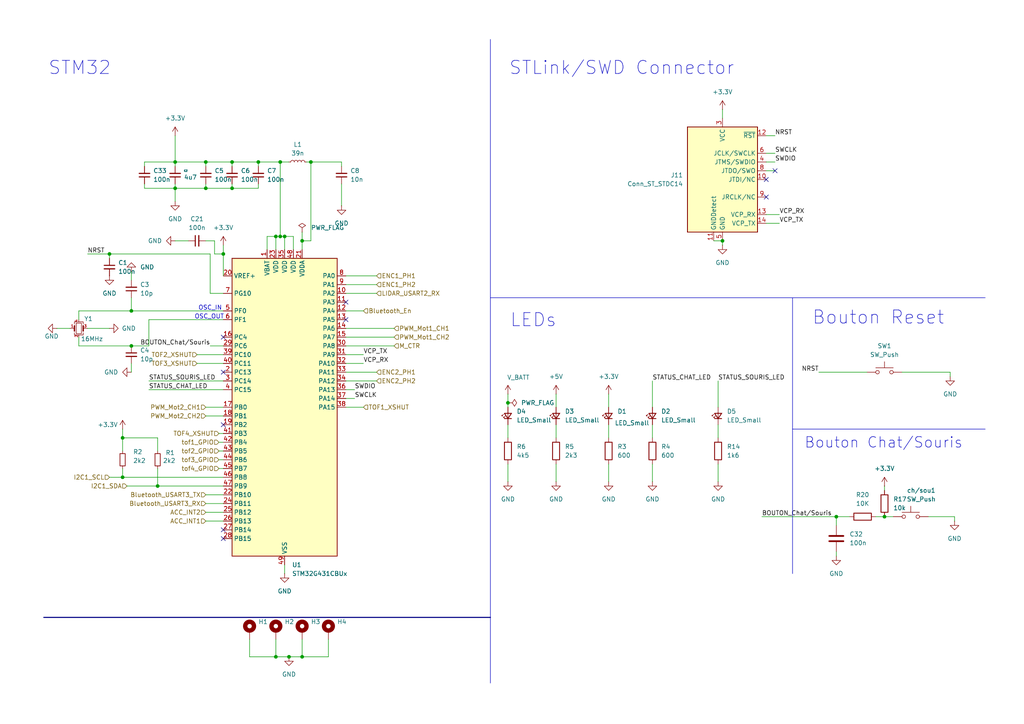
<source format=kicad_sch>
(kicad_sch (version 20250114) (generator "eeschema") (generator_version "9.0")
  (paper "A4")
  (title_block (title "Hello_kitty") (date "2025-10-13") (comment 1 "Aymen_BEN_JEMAA") (comment 2 "Ezer_SOLTANI") (comment 3 "Serine_ROUABAH"))
  (lib_symbols
    (symbol "Connector:Conn_ST_STDC14"
      (property "Reference" "J" (at -8.89 16.51 0))
      (property "Value" "Conn_ST_STDC14" (at 17.78 16.51 0))
      (symbol "Conn_ST_STDC14_0_1"
        (rectangle (start -10.16 15.24) (end 10.16 -15.24) (stroke (width 0.254)) (fill (type background)))
      )
      (symbol "Conn_ST_STDC14_1_1"
        (pin no_connect line (at -10.16 5.08 0) (length 2.54) (hide yes) (name "NC") (number "1"))
        (pin no_connect line (at -10.16 2.54 0) (length 2.54) (hide yes) (name "NC") (number "2"))
        (pin passive line (at -2.54 -17.78 90) (length 2.54) (name "GNDDetect") (number "11"))
        (pin power_in line (at 0 17.78 270) (length 2.54) (name "VCC") (number "3"))
        (pin power_in line (at 0 -17.78 90) (length 2.54) (name "GND") (number "5"))
        (pin passive line (at 0 -17.78 90) (length 2.54) (hide yes) (name "GND") (number "7"))
        (pin open_collector line (at 12.7 12.7 180) (length 2.54) (name "~{RST}") (number "12"))
        (pin output line (at 12.7 7.62 180) (length 2.54) (name "JCLK/SWCLK") (number "6"))
        (pin bidirectional line (at 12.7 5.08 180) (length 2.54) (name "JTMS/SWDIO") (number "4"))
        (pin input line (at 12.7 2.54 180) (length 2.54) (name "JTDO/SWO") (number "8"))
        (pin output line (at 12.7 0 180) (length 2.54) (name "JTDI/NC") (number "10"))
        (pin input line (at 12.7 -5.08 180) (length 2.54) (name "JRCLK/NC") (number "9"))
        (pin output line (at 12.7 -10.16 180) (length 2.54) (name "VCP_RX") (number "13"))
        (pin input line (at 12.7 -12.7 180) (length 2.54) (name "VCP_TX") (number "14"))
      )
    )
    (symbol "Device:C" (pin_numbers (hide yes)) (pin_names (offset 0.254))
      (property "Reference" "C" (at 0.635 2.54 0))
      (property "Value" "C" (at 0.635 -2.54 0))
      (symbol "C_0_1"
        (polyline (pts (xy -2.032 0.762) (xy 2.032 0.762)) (stroke (width 0.508)))
        (polyline (pts (xy -2.032 -0.762) (xy 2.032 -0.762)) (stroke (width 0.508)))
      )
      (symbol "C_1_1"
        (pin passive line (at 0 3.81 270) (length 2.794) (name "~") (number "1"))
        (pin passive line (at 0 -3.81 90) (length 2.794) (name "~") (number "2"))
      )
    )
    (symbol "Device:C_Small" (pin_numbers (hide yes)) (pin_names (offset 0.254) (hide yes))
      (property "Reference" "C" (at 0.254 1.778 0))
      (property "Value" "C_Small" (at 0.254 -2.032 0))
      (symbol "C_Small_0_1"
        (polyline (pts (xy -1.524 0.508) (xy 1.524 0.508)) (stroke (width 0.3048)))
        (polyline (pts (xy -1.524 -0.508) (xy 1.524 -0.508)) (stroke (width 0.3302)))
      )
      (symbol "C_Small_1_1"
        (pin passive line (at 0 2.54 270) (length 2.032) (name "~") (number "1"))
        (pin passive line (at 0 -2.54 90) (length 2.032) (name "~") (number "2"))
      )
    )
    (symbol "Device:Crystal_GND24_Small" (pin_names (offset 1.016) (hide yes))
      (property "Reference" "Y" (at 1.27 4.445 0))
      (property "Value" "Crystal_GND24_Small" (at 1.27 2.54 0))
      (symbol "Crystal_GND24_Small_0_1"
        (polyline (pts (xy -1.27 1.27) (xy -1.27 1.905) (xy 1.27 1.905) (xy 1.27 1.27)))
        (polyline (pts (xy -1.27 -0.762) (xy -1.27 0.762)) (stroke (width 0.381)))
        (polyline (pts (xy -1.27 -1.27) (xy -1.27 -1.905) (xy 1.27 -1.905) (xy 1.27 -1.27)))
        (rectangle (start -0.762 -1.524) (end 0.762 1.524))
        (polyline (pts (xy 1.27 -0.762) (xy 1.27 0.762)) (stroke (width 0.381)))
      )
      (symbol "Crystal_GND24_Small_1_1"
        (pin passive line (at -2.54 0 0) (length 1.27) (name "1") (number "1"))
        (pin passive line (at 0 2.54 270) (length 0.635) (name "4") (number "4"))
        (pin passive line (at 0 -2.54 90) (length 0.635) (name "2") (number "2"))
        (pin passive line (at 2.54 0 180) (length 1.27) (name "3") (number "3"))
      )
    )
    (symbol "Device:LED_Small" (pin_numbers (hide yes)) (pin_names (offset 0.254) (hide yes))
      (property "Reference" "D" (at -1.27 3.175 0))
      (property "Value" "LED_Small" (at -4.445 -2.54 0))
      (symbol "LED_Small_0_1"
        (polyline (pts (xy -0.762 -1.016) (xy -0.762 1.016)) (stroke (width 0.254)))
        (polyline (pts (xy 0 0.762) (xy -0.508 1.27) (xy -0.254 1.27) (xy -0.508 1.27) (xy -0.508 1.016)))
        (polyline (pts (xy 0.508 1.27) (xy 0 1.778) (xy 0.254 1.778) (xy 0 1.778) (xy 0 1.524)))
        (polyline (pts (xy 0.762 -1.016) (xy -0.762 0) (xy 0.762 1.016) (xy 0.762 -1.016)) (stroke (width 0.254)))
        (polyline (pts (xy 1.016 0) (xy -0.762 0)))
      )
      (symbol "LED_Small_1_1"
        (pin passive line (at -2.54 0 0) (length 1.778) (name "K") (number "1"))
        (pin passive line (at 2.54 0 180) (length 1.778) (name "A") (number "2"))
      )
    )
    (symbol "Device:L_Small" (pin_numbers (hide yes)) (pin_names (offset 0.254) (hide yes))
      (property "Reference" "L" (at 0.762 1.016 0))
      (property "Value" "L_Small" (at 0.762 -1.016 0))
      (symbol "L_Small_0_1"
        (arc (start 0 2.032) (mid 0.5058 1.524) (end 0 1.016))
        (arc (start 0 1.016) (mid 0.5058 0.508) (end 0 0))
        (arc (start 0 0) (mid 0.5058 -0.508) (end 0 -1.016))
        (arc (start 0 -1.016) (mid 0.5058 -1.524) (end 0 -2.032))
      )
      (symbol "L_Small_1_1"
        (pin passive line (at 0 2.54 270) (length 0.508) (name "~") (number "1"))
        (pin passive line (at 0 -2.54 90) (length 0.508) (name "~") (number "2"))
      )
    )
    (symbol "Device:R" (pin_numbers (hide yes)) (pin_names (offset 0))
      (property "Reference" "R" (at 2.032 0 90))
      (property "Value" "R" (at 0 0 90))
      (symbol "R_0_1"
        (rectangle (start -1.016 -2.54) (end 1.016 2.54) (stroke (width 0.254)))
      )
      (symbol "R_1_1"
        (pin passive line (at 0 3.81 270) (length 1.27) (name "~") (number "1"))
        (pin passive line (at 0 -3.81 90) (length 1.27) (name "~") (number "2"))
      )
    )
    (symbol "Device:R_Small" (pin_numbers (hide yes)) (pin_names (offset 0.254) (hide yes))
      (property "Reference" "R" (at 0.762 0.508 0))
      (property "Value" "R_Small" (at 0.762 -1.016 0))
      (symbol "R_Small_0_1"
        (rectangle (start -0.762 1.778) (end 0.762 -1.778) (stroke (width 0.2032)))
      )
      (symbol "R_Small_1_1"
        (pin passive line (at 0 2.54 270) (length 0.762) (name "~") (number "1"))
        (pin passive line (at 0 -2.54 90) (length 0.762) (name "~") (number "2"))
      )
    )
    (symbol "MCU_ST_STM32G4:STM32G431CBUx"
      (property "Reference" "U" (at -15.24 44.45 0))
      (property "Value" "STM32G431CBUx" (at 7.62 44.45 0))
      (symbol "STM32G431CBUx_0_1"
        (rectangle (start -15.24 -43.18) (end 15.24 43.18) (stroke (width 0.254)) (fill (type background)))
      )
      (symbol "STM32G431CBUx_1_1"
        (pin input line (at -17.78 38.1 0) (length 2.54) (name "VREF+") (number "20"))
        (pin bidirectional line (at -17.78 33.02 0) (length 2.54) (name "PG10") (number "7"))
        (pin bidirectional line (at -17.78 27.94 0) (length 2.54) (name "PF0") (number "5"))
        (pin bidirectional line (at -17.78 25.4 0) (length 2.54) (name "PF1") (number "6"))
        (pin bidirectional line (at -17.78 20.32 0) (length 2.54) (name "PC4") (number "16"))
        (pin bidirectional line (at -17.78 17.78 0) (length 2.54) (name "PC6") (number "29"))
        (pin bidirectional line (at -17.78 15.24 0) (length 2.54) (name "PC10") (number "39"))
        (pin bidirectional line (at -17.78 12.7 0) (length 2.54) (name "PC11") (number "40"))
        (pin bidirectional line (at -17.78 10.16 0) (length 2.54) (name "PC13") (number "2"))
        (pin bidirectional line (at -17.78 7.62 0) (length 2.54) (name "PC14") (number "3"))
        (pin bidirectional line (at -17.78 5.08 0) (length 2.54) (name "PC15") (number "4"))
        (pin bidirectional line (at -17.78 0 0) (length 2.54) (name "PB0") (number "17"))
        (pin bidirectional line (at -17.78 -2.54 0) (length 2.54) (name "PB1") (number "18"))
        (pin bidirectional line (at -17.78 -5.08 0) (length 2.54) (name "PB2") (number "19"))
        (pin bidirectional line (at -17.78 -7.62 0) (length 2.54) (name "PB3") (number "41"))
        (pin bidirectional line (at -17.78 -10.16 0) (length 2.54) (name "PB4") (number "42"))
        (pin bidirectional line (at -17.78 -12.7 0) (length 2.54) (name "PB5") (number "43"))
        (pin bidirectional line (at -17.78 -15.24 0) (length 2.54) (name "PB6") (number "44"))
        (pin bidirectional line (at -17.78 -17.78 0) (length 2.54) (name "PB7") (number "45"))
        (pin bidirectional line (at -17.78 -20.32 0) (length 2.54) (name "PB8") (number "46"))
        (pin bidirectional line (at -17.78 -22.86 0) (length 2.54) (name "PB9") (number "47"))
        (pin bidirectional line (at -17.78 -25.4 0) (length 2.54) (name "PB10") (number "22"))
        (pin bidirectional line (at -17.78 -27.94 0) (length 2.54) (name "PB11") (number "24"))
        (pin bidirectional line (at -17.78 -30.48 0) (length 2.54) (name "PB12") (number "25"))
        (pin bidirectional line (at -17.78 -33.02 0) (length 2.54) (name "PB13") (number "26"))
        (pin bidirectional line (at -17.78 -35.56 0) (length 2.54) (name "PB14") (number "27"))
        (pin bidirectional line (at -17.78 -38.1 0) (length 2.54) (name "PB15") (number "28"))
        (pin power_in line (at -5.08 45.72 270) (length 2.54) (name "VBAT") (number "1"))
        (pin power_in line (at -2.54 45.72 270) (length 2.54) (name "VDD") (number "23"))
        (pin power_in line (at 0 45.72 270) (length 2.54) (name "VDD") (number "35"))
        (pin power_in line (at 0 -45.72 90) (length 2.54) (name "VSS") (number "49"))
        (pin power_in line (at 2.54 45.72 270) (length 2.54) (name "VDD") (number "48"))
        (pin power_in line (at 5.08 45.72 270) (length 2.54) (name "VDDA") (number "21"))
        (pin bidirectional line (at 17.78 38.1 180) (length 2.54) (name "PA0") (number "8"))
        (pin bidirectional line (at 17.78 35.56 180) (length 2.54) (name "PA1") (number "9"))
        (pin bidirectional line (at 17.78 33.02 180) (length 2.54) (name "PA2") (number "10"))
        (pin bidirectional line (at 17.78 30.48 180) (length 2.54) (name "PA3") (number "11"))
        (pin bidirectional line (at 17.78 27.94 180) (length 2.54) (name "PA4") (number "12"))
        (pin bidirectional line (at 17.78 25.4 180) (length 2.54) (name "PA5") (number "13"))
        (pin bidirectional line (at 17.78 22.86 180) (length 2.54) (name "PA6") (number "14"))
        (pin bidirectional line (at 17.78 20.32 180) (length 2.54) (name "PA7") (number "15"))
        (pin bidirectional line (at 17.78 17.78 180) (length 2.54) (name "PA8") (number "30"))
        (pin bidirectional line (at 17.78 15.24 180) (length 2.54) (name "PA9") (number "31"))
        (pin bidirectional line (at 17.78 12.7 180) (length 2.54) (name "PA10") (number "32"))
        (pin bidirectional line (at 17.78 10.16 180) (length 2.54) (name "PA11") (number "33"))
        (pin bidirectional line (at 17.78 7.62 180) (length 2.54) (name "PA12") (number "34"))
        (pin bidirectional line (at 17.78 5.08 180) (length 2.54) (name "PA13") (number "36"))
        (pin bidirectional line (at 17.78 2.54 180) (length 2.54) (name "PA14") (number "37"))
        (pin bidirectional line (at 17.78 0 180) (length 2.54) (name "PA15") (number "38"))
      )
    )
    (symbol "Mechanical:MountingHole_Pad" (pin_numbers (hide yes)) (pin_names (offset 1.016) (hide yes)) (in_bom no)
      (property "Reference" "H" (at 0 6.35 0))
      (property "Value" "MountingHole_Pad" (at 0 4.445 0))
      (symbol "MountingHole_Pad_0_1"
        (circle (center 0 1.27) (radius 1.27) (stroke (width 1.27)))
      )
      (symbol "MountingHole_Pad_1_1"
        (pin input line (at 0 -2.54 90) (length 2.54) (name "1") (number "1"))
      )
    )
    (symbol "Switch:SW_Push" (pin_numbers (hide yes)) (pin_names (offset 1.016) (hide yes))
      (property "Reference" "SW" (at 1.27 2.54 0))
      (property "Value" "SW_Push" (at 0 -1.524 0))
      (symbol "SW_Push_0_1"
        (circle (center -2.032 0) (radius 0.508))
        (polyline (pts (xy 0 1.27) (xy 0 3.048)))
        (circle (center 2.032 0) (radius 0.508))
        (polyline (pts (xy 2.54 1.27) (xy -2.54 1.27)))
        (pin passive line (at -5.08 0 0) (length 2.54) (name "1") (number "1"))
        (pin passive line (at 5.08 0 180) (length 2.54) (name "2") (number "2"))
      )
    )
    (symbol "power:+3.3V" (power) (pin_numbers (hide yes)) (pin_names (offset 0) (hide yes))
      (property "Value" "+3.3V" (at 0 3.556 0))
      (symbol "+3.3V_0_1"
        (polyline (pts (xy -0.762 1.27) (xy 0 2.54)))
        (polyline (pts (xy 0 2.54) (xy 0.762 1.27)))
        (polyline (pts (xy 0 0) (xy 0 2.54)))
      )
      (symbol "+3.3V_1_1"
        (pin power_in line (at 0 0 90) (length 0) (name "~") (number "1"))
      )
    )
    (symbol "power:+5V" (power) (pin_numbers (hide yes)) (pin_names (offset 0) (hide yes))
      (property "Value" "+5V" (at 0 3.556 0))
      (symbol "+5V_0_1"
        (polyline (pts (xy -0.762 1.27) (xy 0 2.54)))
        (polyline (pts (xy 0 2.54) (xy 0.762 1.27)))
        (polyline (pts (xy 0 0) (xy 0 2.54)))
      )
      (symbol "+5V_1_1"
        (pin power_in line (at 0 0 90) (length 0) (name "~") (number "1"))
      )
    )
    (symbol "power:+7.5V" (power) (pin_numbers (hide yes)) (pin_names (offset 0) (hide yes))
      (property "Value" "+7.5V" (at 0 3.556 0))
      (symbol "+7.5V_0_1"
        (polyline (pts (xy -0.762 1.27) (xy 0 2.54)))
        (polyline (pts (xy 0 2.54) (xy 0.762 1.27)))
        (polyline (pts (xy 0 0) (xy 0 2.54)))
      )
      (symbol "+7.5V_1_1"
        (pin power_in line (at 0 0 90) (length 0) (name "~") (number "1"))
      )
    )
    (symbol "power:GND" (power) (pin_numbers (hide yes)) (pin_names (offset 0) (hide yes))
      (property "Value" "GND" (at 0 -3.81 0))
      (symbol "GND_0_1"
        (polyline (pts (xy 0 0) (xy 0 -1.27) (xy 1.27 -1.27) (xy 0 -2.54) (xy -1.27 -1.27) (xy 0 -1.27)))
      )
      (symbol "GND_1_1"
        (pin power_in line (at 0 0 270) (length 0) (name "~") (number "1"))
      )
    )
    (symbol "power:PWR_FLAG" (power) (pin_numbers (hide yes)) (pin_names (offset 0) (hide yes))
      (property "Value" "PWR_FLAG" (at 0 3.81 0))
      (symbol "PWR_FLAG_0_0"
        (pin power_out line (at 0 0 90) (length 0) (name "~") (number "1"))
      )
      (symbol "PWR_FLAG_0_1"
        (polyline (pts (xy 0 0) (xy 0 1.27) (xy -1.016 1.905) (xy 0 2.54) (xy 1.016 1.905) (xy 0 1.27)))
      )
    )
  )
  (text "OSC_OUT" (at 60.706 91.948 0) (effects (font (size 1.27 1.27))))
  (text "STM32" (at 23.114 19.812 0) (effects (font (size 3.81 3.81))))
  (text "LEDs" (at 154.686 92.964 0) (effects (font (size 3.81 3.81))))
  (text "STLink/SWD Connector" (at 147.574 19.812 0) (effects (font (size 3.81 3.81)) (justify left)))
  (text "Bouton Chat/Souris" (at 256.286 128.524 0) (effects (font (size 3.048 3.048))))
  (text "Bouton Reset" (at 254.762 92.202 0) (effects (font (size 3.81 3.81))))
  (text "OSC_IN" (at 60.96 89.408 0) (effects (font (size 1.27 1.27))))
  (junction (at 35.56 138.43))
  (junction (at 38.1 90.17))
  (junction (at 59.69 46.99))
  (junction (at 80.01 190.5))
  (junction (at 81.28 46.99))
  (junction (at 50.8 54.61))
  (junction (at 87.63 190.5))
  (junction (at 59.69 54.61))
  (junction (at 81.28 68.58))
  (junction (at 87.63 69.85))
  (junction (at 209.55 69.85))
  (junction (at 50.8 46.99))
  (junction (at 80.01 68.58))
  (junction (at 35.56 127))
  (junction (at 64.77 73.66))
  (junction (at 38.1 100.33))
  (junction (at 74.93 46.99))
  (junction (at 90.17 46.99))
  (junction (at 82.55 68.58))
  (junction (at 31.75 73.66))
  (junction (at 242.57 149.86))
  (junction (at 256.54 149.86))
  (junction (at 45.72 140.97))
  (junction (at 83.82 190.5))
  (junction (at 147.32 116.84))
  (junction (at 67.31 54.61))
  (junction (at 67.31 46.99))
  (no_connect (at 64.77 107.95))
  (no_connect (at 64.77 97.79))
  (no_connect (at 100.33 87.63))
  (no_connect (at 64.77 156.21))
  (no_connect (at 224.79 49.53))
  (no_connect (at 100.33 92.71))
  (no_connect (at 222.25 52.07))
  (no_connect (at 64.77 123.19))
  (no_connect (at 64.77 153.67))
  (no_connect (at 222.25 57.15))
  (wire (pts (xy 90.17 46.99) (xy 90.17 69.85)))
  (wire (pts (xy 59.69 53.34) (xy 59.69 54.61)))
  (wire (pts (xy 222.25 64.77) (xy 226.06 64.77)))
  (wire (pts (xy 74.93 46.99) (xy 81.28 46.99)))
  (wire (pts (xy 222.25 62.23) (xy 226.06 62.23)))
  (wire (pts (xy 85.09 72.39) (xy 85.09 68.58)))
  (wire (pts (xy 209.55 69.85) (xy 209.55 71.12)))
  (wire (pts (xy 83.82 190.5) (xy 87.63 190.5)))
  (wire (pts (xy 100.33 113.03) (xy 102.87 113.03)))
  (wire (pts (xy 254 149.86) (xy 256.54 149.86)))
  (wire (pts (xy 99.06 53.34) (xy 99.06 59.69)))
  (wire (pts (xy 22.86 100.33) (xy 38.1 100.33)))
  (wire (pts (xy 161.29 123.19) (xy 161.29 127)))
  (wire (pts (xy 242.57 149.86) (xy 242.57 152.4)))
  (wire (pts (xy 87.63 190.5) (xy 95.25 190.5)))
  (wire (pts (xy 80.01 185.42) (xy 80.01 190.5)))
  (wire (pts (xy 80.01 190.5) (xy 83.82 190.5)))
  (wire (pts (xy 189.23 110.49) (xy 189.23 118.11)))
  (wire (pts (xy 147.32 114.3) (xy 147.32 116.84)))
  (wire (pts (xy 35.56 135.89) (xy 35.56 138.43)))
  (wire (pts (xy 82.55 68.58) (xy 82.55 72.39)))
  (wire (pts (xy 63.5 130.81) (xy 64.77 130.81)))
  (wire (pts (xy 43.18 100.33) (xy 43.18 92.71)))
  (wire (pts (xy 81.28 68.58) (xy 80.01 68.58)))
  (wire (pts (xy 220.98 149.86) (xy 242.57 149.86)))
  (wire (pts (xy 275.59 107.95) (xy 275.59 109.22)))
  (wire (pts (xy 81.28 46.99) (xy 81.28 68.58)))
  (wire (pts (xy 36.83 140.97) (xy 45.72 140.97)))
  (wire (pts (xy 59.69 148.59) (xy 64.77 148.59)))
  (wire (pts (xy 59.69 151.13) (xy 64.77 151.13)))
  (wire (pts (xy 189.23 123.19) (xy 189.23 127)))
  (wire (pts (xy 82.55 68.58) (xy 81.28 68.58)))
  (wire (pts (xy 62.23 73.66) (xy 64.77 73.66)))
  (wire (pts (xy 67.31 46.99) (xy 74.93 46.99)))
  (wire (pts (xy 77.47 72.39) (xy 77.47 68.58)))
  (wire (pts (xy 35.56 138.43) (xy 64.77 138.43)))
  (wire (pts (xy 50.8 46.99) (xy 59.69 46.99)))
  (wire (pts (xy 100.33 80.01) (xy 109.22 80.01)))
  (wire (pts (xy 176.53 134.62) (xy 176.53 139.7)))
  (wire (pts (xy 63.5 135.89) (xy 64.77 135.89)))
  (wire (pts (xy 62.23 69.85) (xy 62.23 73.66)))
  (wire (pts (xy 72.39 190.5) (xy 80.01 190.5)))
  (wire (pts (xy 242.57 149.86) (xy 246.38 149.86)))
  (wire (pts (xy 242.57 161.29) (xy 242.57 160.02)))
  (wire (pts (xy 38.1 100.33) (xy 43.18 100.33)))
  (wire (pts (xy 67.31 53.34) (xy 67.31 54.61)))
  (wire (pts (xy 57.15 102.87) (xy 64.77 102.87)))
  (wire (pts (xy 209.55 31.75) (xy 209.55 34.29)))
  (wire (pts (xy 43.18 113.03) (xy 64.77 113.03)))
  (wire (pts (xy 64.77 71.12) (xy 64.77 73.66)))
  (wire (pts (xy 189.23 134.62) (xy 189.23 139.7)))
  (wire (pts (xy 100.33 107.95) (xy 109.22 107.95)))
  (wire (pts (xy 59.69 48.26) (xy 59.69 46.99)))
  (wire (pts (xy 50.8 69.85) (xy 54.61 69.85)))
  (wire (pts (xy 35.56 127) (xy 35.56 130.81)))
  (wire (pts (xy 161.29 114.3) (xy 161.29 118.11)))
  (polyline (pts (xy 142.24 11.43) (xy 142.24 198.12)))
  (wire (pts (xy 59.69 69.85) (xy 62.23 69.85)))
  (wire (pts (xy 80.01 68.58) (xy 80.01 72.39)))
  (wire (pts (xy 100.33 115.57) (xy 102.87 115.57)))
  (wire (pts (xy 100.33 105.41) (xy 105.41 105.41)))
  (wire (pts (xy 87.63 72.39) (xy 87.63 69.85)))
  (wire (pts (xy 147.32 134.62) (xy 147.32 139.7)))
  (wire (pts (xy 35.56 124.46) (xy 35.56 127)))
  (wire (pts (xy 64.77 85.09) (xy 60.96 85.09)))
  (polyline (pts (xy 229.87 86.36) (xy 229.87 166.37)))
  (wire (pts (xy 41.91 53.34) (xy 41.91 54.61)))
  (wire (pts (xy 90.17 46.99) (xy 99.06 46.99)))
  (wire (pts (xy 57.15 105.41) (xy 64.77 105.41)))
  (wire (pts (xy 72.39 185.42) (xy 72.39 190.5)))
  (wire (pts (xy 25.4 95.25) (xy 31.75 95.25)))
  (wire (pts (xy 74.93 54.61) (xy 67.31 54.61)))
  (wire (pts (xy 90.17 69.85) (xy 87.63 69.85)))
  (wire (pts (xy 22.86 90.17) (xy 38.1 90.17)))
  (wire (pts (xy 38.1 90.17) (xy 64.77 90.17)))
  (wire (pts (xy 95.25 185.42) (xy 95.25 190.5)))
  (wire (pts (xy 74.93 53.34) (xy 74.93 54.61)))
  (wire (pts (xy 82.55 163.83) (xy 82.55 166.37)))
  (wire (pts (xy 35.56 138.43) (xy 31.75 138.43)))
  (wire (pts (xy 41.91 46.99) (xy 50.8 46.99)))
  (wire (pts (xy 100.33 97.79) (xy 114.3 97.79)))
  (wire (pts (xy 67.31 54.61) (xy 59.69 54.61)))
  (wire (pts (xy 50.8 48.26) (xy 50.8 46.99)))
  (wire (pts (xy 45.72 135.89) (xy 45.72 140.97)))
  (wire (pts (xy 31.75 73.66) (xy 31.75 74.93)))
  (wire (pts (xy 100.33 110.49) (xy 109.22 110.49)))
  (polyline (pts (xy 229.87 124.46) (xy 285.75 124.46)))
  (wire (pts (xy 22.86 97.79) (xy 22.86 100.33)))
  (wire (pts (xy 50.8 54.61) (xy 50.8 58.42)))
  (wire (pts (xy 147.32 116.84) (xy 147.32 118.11)))
  (wire (pts (xy 59.69 143.51) (xy 64.77 143.51)))
  (wire (pts (xy 50.8 39.37) (xy 50.8 46.99)))
  (wire (pts (xy 222.25 46.99) (xy 224.79 46.99)))
  (wire (pts (xy 85.09 68.58) (xy 82.55 68.58)))
  (wire (pts (xy 176.53 123.19) (xy 176.53 127)))
  (wire (pts (xy 100.33 90.17) (xy 105.41 90.17)))
  (wire (pts (xy 63.5 128.27) (xy 64.77 128.27)))
  (wire (pts (xy 256.54 140.97) (xy 256.54 142.24)))
  (wire (pts (xy 38.1 86.36) (xy 38.1 90.17)))
  (wire (pts (xy 208.28 134.62) (xy 208.28 139.7)))
  (wire (pts (xy 222.25 44.45) (xy 224.79 44.45)))
  (wire (pts (xy 45.72 140.97) (xy 64.77 140.97)))
  (wire (pts (xy 237.49 107.95) (xy 251.46 107.95)))
  (wire (pts (xy 50.8 53.34) (xy 50.8 54.61)))
  (wire (pts (xy 67.31 48.26) (xy 67.31 46.99)))
  (wire (pts (xy 147.32 123.19) (xy 147.32 127)))
  (wire (pts (xy 43.18 92.71) (xy 64.77 92.71)))
  (wire (pts (xy 38.1 107.95) (xy 38.1 105.41)))
  (wire (pts (xy 83.82 46.99) (xy 81.28 46.99)))
  (wire (pts (xy 100.33 102.87) (xy 105.41 102.87)))
  (wire (pts (xy 74.93 46.99) (xy 74.93 48.26)))
  (wire (pts (xy 100.33 85.09) (xy 109.22 85.09)))
  (wire (pts (xy 45.72 127) (xy 45.72 130.81)))
  (wire (pts (xy 25.4 73.66) (xy 31.75 73.66)))
  (wire (pts (xy 100.33 100.33) (xy 114.3 100.33)))
  (wire (pts (xy 59.69 146.05) (xy 64.77 146.05)))
  (wire (pts (xy 208.28 123.19) (xy 208.28 127)))
  (wire (pts (xy 38.1 78.74) (xy 38.1 81.28)))
  (wire (pts (xy 224.79 39.37) (xy 222.25 39.37)))
  (wire (pts (xy 207.01 69.85) (xy 209.55 69.85)))
  (wire (pts (xy 100.33 82.55) (xy 109.22 82.55)))
  (wire (pts (xy 60.96 85.09) (xy 60.96 73.66)))
  (wire (pts (xy 63.5 133.35) (xy 64.77 133.35)))
  (wire (pts (xy 50.8 54.61) (xy 59.69 54.61)))
  (wire (pts (xy 161.29 134.62) (xy 161.29 139.7)))
  (wire (pts (xy 176.53 114.3) (xy 176.53 118.11)))
  (wire (pts (xy 41.91 48.26) (xy 41.91 46.99)))
  (wire (pts (xy 63.5 125.73) (xy 64.77 125.73)))
  (wire (pts (xy 59.69 46.99) (xy 67.31 46.99)))
  (wire (pts (xy 64.77 73.66) (xy 64.77 80.01)))
  (wire (pts (xy 100.33 118.11) (xy 105.41 118.11)))
  (wire (pts (xy 269.24 149.86) (xy 276.86 149.86)))
  (wire (pts (xy 41.91 54.61) (xy 50.8 54.61)))
  (wire (pts (xy 276.86 149.86) (xy 276.86 151.13)))
  (wire (pts (xy 87.63 69.85) (xy 87.63 67.31)))
  (wire (pts (xy 87.63 185.42) (xy 87.63 190.5)))
  (wire (pts (xy 90.17 46.99) (xy 88.9 46.99)))
  (wire (pts (xy 256.54 149.86) (xy 259.08 149.86)))
  (wire (pts (xy 22.86 90.17) (xy 22.86 92.71)))
  (wire (pts (xy 59.69 118.11) (xy 64.77 118.11)))
  (wire (pts (xy 60.96 100.33) (xy 64.77 100.33)))
  (wire (pts (xy 222.25 49.53) (xy 224.79 49.53)))
  (bus (pts (xy 12.7 179.07) (xy 142.24 179.07)))
  (wire (pts (xy 261.62 107.95) (xy 275.59 107.95)))
  (wire (pts (xy 208.28 110.49) (xy 208.28 118.11)))
  (wire (pts (xy 59.69 120.65) (xy 64.77 120.65)))
  (wire (pts (xy 77.47 68.58) (xy 80.01 68.58)))
  (wire (pts (xy 43.18 110.49) (xy 64.77 110.49)))
  (wire (pts (xy 31.75 73.66) (xy 60.96 73.66)))
  (wire (pts (xy 100.33 95.25) (xy 114.3 95.25)))
  (wire (pts (xy 16.51 95.25) (xy 20.32 95.25)))
  (wire (pts (xy 35.56 127) (xy 45.72 127)))
  (polyline (pts (xy 142.24 86.36) (xy 285.75 86.36)))
  (wire (pts (xy 99.06 46.99) (xy 99.06 48.26)))
  (label "VCP_TX" (at 226.06 64.77 0))
  (label "SWDIO" (at 102.87 113.03 0))
  (label "STATUS_SOURIS_LED" (at 208.28 110.49 0))
  (label "STATUS_SOURIS_LED" (at 43.18 110.49 0))
  (label "STATUS_CHAT_LED" (at 43.18 113.03 0))
  (label "SWCLK" (at 224.79 44.45 0))
  (label "SWDIO" (at 224.79 46.99 0))
  (label "NRST" (at 25.4 73.66 0))
  (label "VCP_RX" (at 226.06 62.23 0))
  (label "STATUS_CHAT_LED" (at 189.23 110.49 0))
  (label "SWCLK" (at 102.87 115.57 0))
  (label "BOUTON_Chat{slash}Souris" (at 220.98 149.86 0))
  (label "VCP_RX" (at 105.41 105.41 0))
  (label "NRST" (at 224.79 39.37 0))
  (label "VCP_TX" (at 105.41 102.87 0))
  (label "BOUTON_Chat{slash}Souris" (at 60.96 100.33 180))
  (label "NRST" (at 237.49 107.95 180))
  (hierarchical_label "ACC_INT1" (shape input) (at 59.69 151.13 180))
  (hierarchical_label "TOF3_XSHUT" (shape input) (at 57.15 105.41 180))
  (hierarchical_label "tof2_GPIO" (shape input) (at 63.5 130.81 180))
  (hierarchical_label "tof4_GPIO" (shape input) (at 63.5 135.89 180))
  (hierarchical_label "TOF1_XSHUT" (shape input) (at 105.41 118.11 0))
  (hierarchical_label "tof3_GPIO" (shape input) (at 63.5 133.35 180))
  (hierarchical_label "tof1_GPIO" (shape input) (at 63.5 128.27 180))
  (hierarchical_label "Bluetooth_USART3_RX" (shape input) (at 59.69 146.05 180))
  (hierarchical_label "ENC1_PH1" (shape input) (at 109.22 80.01 0))
  (hierarchical_label "PWM_Mot2_CH2" (shape input) (at 59.69 120.65 180))
  (hierarchical_label "TOF4_XSHUT" (shape input) (at 63.5 125.73 180))
  (hierarchical_label "ACC_INT2" (shape input) (at 59.69 148.59 180))
  (hierarchical_label "PWM_Mot1_CH2" (shape input) (at 114.3 97.79 0))
  (hierarchical_label "ENC2_PH1" (shape input) (at 109.22 107.95 0))
  (hierarchical_label "Bluetooth_En" (shape input) (at 105.41 90.17 0))
  (hierarchical_label "I2C1_SDA" (shape input) (at 36.83 140.97 180))
  (hierarchical_label "I2C1_SCL" (shape input) (at 31.75 138.43 180))
  (hierarchical_label "LIDAR_USART2_RX" (shape input) (at 109.22 85.09 0))
  (hierarchical_label "ENC2_PH2" (shape input) (at 109.22 110.49 0))
  (hierarchical_label "TOF2_XSHUT" (shape input) (at 57.15 102.87 180))
  (hierarchical_label "Bluetooth_USART3_TX" (shape input) (at 59.69 143.51 180))
  (hierarchical_label "ENC1_PH2" (shape input) (at 109.22 82.55 0))
  (hierarchical_label "M_CTR" (shape input) (at 114.3 100.33 0))
  (hierarchical_label "PWM_Mot2_CH1" (shape input) (at 59.69 118.11 180))
  (hierarchical_label "PWM_Mot1_CH1" (shape input) (at 114.3 95.25 0))
  (symbol (lib_id "power:GND") (at 147.32 139.7 0) (unit 1)
    (property "Reference" "#PWR0146" (effects (hide yes)))
    (property "Value" "GND" (at 147.32 144.78 0))
    (property "Description" "Power symbol creates a global label with name \"GND\" , ground" (effects (hide yes)))
  )
  (symbol (lib_id "Device:C_Small") (at 38.1 83.82 180) (unit 1)
    (property "Reference" "C3" (at 40.64 82.5435 0) (effects (justify right)))
    (property "Value" "10p" (at 40.64 85.0835 0) (effects (justify right)))
    (property "Footprint" "Capacitor_SMD:C_0402_1005Metric" (effects (hide yes)))
    (property "Description" "Unpolarized capacitor, small symbol" (effects (hide yes)))
    (instances (project "" (path "" (reference "C3") (unit 1))) (project "microcontroleur_robot" (path "" (reference "C2") (unit 1))) (project "" (path "" (reference "C8") (unit 1))))
  )
  (symbol (lib_id "Device:R_Small") (at 35.56 133.35 0) (unit 1)
    (property "Reference" "R2" (at 38.608 131.064 0) (effects (justify left)))
    (property "Value" "2k2" (at 38.608 133.604 0) (effects (justify left)))
    (property "Footprint" "Resistor_SMD:R_0603_1608Metric" (effects (hide yes)))
    (property "Description" "Resistor, small symbol" (effects (hide yes)))
  )
  (symbol (lib_id "Mechanical:MountingHole_Pad") (at 87.63 182.88 0) (unit 1) (in_bom no)
    (property "Reference" "H3" (at 90.17 180.3399 0) (effects (justify left)))
    (property "Value" "MountingHole_Pad" (effects (hide yes)))
    (property "Footprint" "MountingHole:MountingHole_3.2mm_M3_Pad_Via" (effects (hide yes)))
    (property "Description" "Mounting Hole with connection" (effects (hide yes)))
  )
  (symbol (lib_id "Switch:SW_Push") (at 256.54 107.95 0) (unit 1)
    (property "Reference" "SW1" (at 256.54 100.33 0))
    (property "Value" "SW_Push" (at 256.54 102.87 0))
    (property "Footprint" "KiCad:SW Push 1P1T NO 6x6mm H9.5mm" (effects (hide yes)))
    (property "Description" "Push button switch, generic, two pins" (effects (hide yes)))
  )
  (symbol (lib_id "power:GND") (at 16.51 95.25 270) (unit 1)
    (property "Reference" "#PWR0107" (effects (hide yes)))
    (property "Value" "GND" (at 17.018 97.536 90) (effects (justify right)))
    (property "Description" "Power symbol creates a global label with name \"GND\" , ground" (effects (hide yes)))
    (instances (project "Projet_Robot" (path "" (reference "#PWR0107") (unit 1))) (project "microcontroleur_robot" (path "" (reference "#PWR02") (unit 1))) (project "" (path "" (reference "#PWR0117") (unit 1))))
  )
  (symbol (lib_id "power:GND") (at 31.75 80.01 0) (unit 1)
    (property "Reference" "#PWR0111" (effects (hide yes)))
    (property "Value" "GND" (at 31.75 85.09 0))
    (property "Description" "Power symbol creates a global label with name \"GND\" , ground" (effects (hide yes)))
    (instances (project "Projet_Robot" (path "" (reference "#PWR0111") (unit 1))) (project "microcontroleur_robot" (path "" (reference "#PWR09") (unit 1))) (project "" (path "" (reference "#PWR0116") (unit 1))))
  )
  (symbol (lib_id "power:GND") (at 161.29 139.7 0) (unit 1)
    (property "Reference" "#PWR0121" (effects (hide yes)))
    (property "Value" "GND" (at 161.29 144.78 0))
    (property "Description" "Power symbol creates a global label with name \"GND\" , ground" (effects (hide yes)))
  )
  (symbol (lib_id "power:+3.3V") (at 209.55 31.75 0) (unit 1)
    (property "Reference" "#PWR0117" (effects (hide yes)))
    (property "Value" "+3.3V" (at 209.55 26.67 0))
    (property "Description" "Power symbol creates a global label with name \"+3.3V\"" (effects (hide yes)))
  )
  (symbol (lib_id "Device:R") (at 250.19 149.86 90) (unit 1)
    (property "Reference" "R20" (at 250.19 143.51 90))
    (property "Value" "10K" (at 250.19 146.05 90))
    (property "Footprint" "Resistor_SMD:R_0603_1608Metric" (effects (hide yes)))
    (property "Description" "Resistor" (effects (hide yes)))
  )
  (symbol (lib_id "Mechanical:MountingHole_Pad") (at 95.25 182.88 0) (unit 1) (in_bom no)
    (property "Reference" "H4" (at 97.79 180.3399 0) (effects (justify left)))
    (property "Value" "MountingHole_Pad" (effects (hide yes)))
    (property "Footprint" "MountingHole:MountingHole_3.2mm_M3_Pad_Via" (effects (hide yes)))
    (property "Description" "Mounting Hole with connection" (effects (hide yes)))
  )
  (symbol (lib_id "power:GND") (at 31.75 95.25 90) (unit 1)
    (property "Reference" "#PWR0112" (effects (hide yes)))
    (property "Value" "GND" (at 35.306 95.25 90) (effects (justify right)))
    (property "Description" "Power symbol creates a global label with name \"GND\" , ground" (effects (hide yes)))
    (instances (project "Projet_Robot" (path "" (reference "#PWR0112") (unit 1))) (project "microcontroleur_robot" (path "" (reference "#PWR03") (unit 1))) (project "" (path "" (reference "#PWR0113") (unit 1))))
  )
  (symbol (lib_id "power:GND") (at 83.82 190.5 0) (unit 1)
    (property "Reference" "#PWR029" (effects (hide yes)))
    (property "Value" "GND" (at 83.82 195.58 0))
    (property "Description" "Power symbol creates a global label with name \"GND\" , ground" (effects (hide yes)))
  )
  (symbol (lib_id "power:PWR_FLAG") (at 147.32 116.84 270) (unit 1)
    (property "Reference" "#FLG02" (effects (hide yes)))
    (property "Value" "PWR_FLAG" (at 151.13 116.8399 90) (effects (justify left)))
    (property "Description" "Special symbol for telling ERC where power comes from" (effects (hide yes)))
  )
  (symbol (lib_id "power:+5V") (at 161.29 114.3 0) (unit 1)
    (property "Reference" "#PWR012" (effects (hide yes)))
    (property "Value" "+5V" (at 161.29 109.22 0))
    (property "Description" "Power symbol creates a global label with name \"+5V\"" (effects (hide yes)))
  )
  (symbol (lib_id "power:GND") (at 208.28 139.7 0) (unit 1)
    (property "Reference" "#PWR0116" (effects (hide yes)))
    (property "Value" "GND" (at 208.28 144.78 0))
    (property "Description" "Power symbol creates a global label with name \"GND\" , ground" (effects (hide yes)))
  )
  (symbol (lib_id "power:PWR_FLAG") (at 87.63 67.31 0) (unit 1)
    (property "Reference" "#FLG04" (effects (hide yes)))
    (property "Value" "PWR_FLAG" (at 90.17 66.0399 0) (effects (justify left)))
    (property "Description" "Special symbol for telling ERC where power comes from" (effects (hide yes)))
  )
  (symbol (lib_id "power:GND") (at 50.8 69.85 270) (unit 1)
    (property "Reference" "#PWR0145" (effects (hide yes)))
    (property "Value" "GND" (at 46.99 69.8499 90) (effects (justify right)))
    (property "Description" "Power symbol creates a global label with name \"GND\" , ground" (effects (hide yes)))
  )
  (symbol (lib_id "Device:C_Small") (at 38.1 102.87 0) (unit 1)
    (property "Reference" "C4" (at 40.64 101.6062 0) (effects (justify left)))
    (property "Value" "10p" (at 40.64 104.1462 0) (effects (justify left)))
    (property "Footprint" "Capacitor_SMD:C_0402_1005Metric" (effects (hide yes)))
    (property "Description" "Unpolarized capacitor, small symbol" (effects (hide yes)))
    (instances (project "" (path "" (reference "C4") (unit 1))) (project "microcontroleur_robot" (path "" (reference "C3") (unit 1))) (project "" (path "" (reference "C9") (unit 1))))
  )
  (symbol (lib_id "Connector:Conn_ST_STDC14") (at 209.55 52.07 0) (unit 1)
    (property "Reference" "J11" (at 198.12 50.7999 0) (effects (justify right)))
    (property "Value" "Conn_ST_STDC14" (at 198.12 53.3399 0) (effects (justify right)))
    (property "Footprint" "Connector_PinHeader_1.27mm:PinHeader_2x07_P1.27mm_Vertical_SMD" (effects (hide yes)))
    (property "Datasheet" "https://www.st.com/content/ccc/resource/technical/document/user_manual/group1/99/49/91/b6/b2/3a/46/e5/DM00526767/files/DM00526767.pdf/jcr:content/translations/en.DM00526767.pdf" (effects (hide yes)))
    (property "Description" "ST Debug Connector, standard ARM Cortex-M SWD and JTAG interface plus UART" (effects (hide yes)))
  )
  (symbol (lib_id "power:GND") (at 50.8 58.42 0) (unit 1)
    (property "Reference" "#PWR0102" (effects (hide yes)))
    (property "Value" "GND" (at 50.8 63.5 0))
    (property "Description" "Power symbol creates a global label with name \"GND\" , ground" (effects (hide yes)))
    (instances (project "Projet_Robot" (path "" (reference "#PWR0102") (unit 1))) (project "microcontroleur_robot" (path "" (reference "#PWR06") (unit 1))) (project "" (path "" (reference "#PWR0102") (unit 1))))
  )
  (symbol (lib_id "power:GND") (at 276.86 151.13 0) (unit 1)
    (property "Reference" "#PWR0147" (effects (hide yes)))
    (property "Value" "GND" (at 276.86 156.21 0))
    (property "Description" "Power symbol creates a global label with name \"GND\" , ground" (effects (hide yes)))
  )
  (symbol (lib_id "Device:C_Small") (at 31.75 77.47 0) (unit 1)
    (property "Reference" "C1" (at 34.29 76.2062 0) (effects (justify left)))
    (property "Value" "100n" (at 34.29 78.7462 0) (effects (justify left)))
    (property "Footprint" "Capacitor_SMD:C_0402_1005Metric" (effects (hide yes)))
    (property "Description" "Unpolarized capacitor, small symbol" (effects (hide yes)))
    (instances (project "" (path "" (reference "C1") (unit 1))) (project "microcontroleur_robot" (path "" (reference "C9") (unit 1))) (project "" (path "" (reference "C6") (unit 1))))
  )
  (symbol (lib_id "Device:R") (at 161.29 130.81 180) (unit 1)
    (property "Reference" "R5" (at 163.83 129.5399 0) (effects (justify right)))
    (property "Value" "2k3" (at 163.83 132.0799 0) (effects (justify right)))
    (property "Footprint" "Resistor_SMD:R_0603_1608Metric" (effects (hide yes)))
    (property "Description" "Resistor" (effects (hide yes)))
  )
  (symbol (lib_id "Device:C_Small") (at 99.06 50.8 180) (unit 1)
    (property "Reference" "C8" (at 101.6 49.5235 0) (effects (justify right)))
    (property "Value" "10n" (at 101.6 52.0635 0) (effects (justify right)))
    (property "Footprint" "Capacitor_SMD:C_0603_1608Metric" (effects (hide yes)))
    (property "Description" "Unpolarized capacitor, small symbol" (effects (hide yes)))
    (instances (project "" (path "" (reference "C8") (unit 1))) (project "microcontroleur_robot" (path "" (reference "C8") (unit 1))) (project "" (path "" (reference "C13") (unit 1))))
  )
  (symbol (lib_id "Device:C_Small") (at 67.31 50.8 180) (unit 1)
    (property "Reference" "C6" (at 69.85 49.5235 0) (effects (justify right)))
    (property "Value" "100n" (at 69.85 52.0635 0) (effects (justify right)))
    (property "Footprint" "Capacitor_SMD:C_0402_1005Metric" (effects (hide yes)))
    (property "Description" "Unpolarized capacitor, small symbol" (effects (hide yes)))
    (instances (project "" (path "" (reference "C6") (unit 1))) (project "microcontroleur_robot" (path "" (reference "C6") (unit 1))) (project "" (path "" (reference "C11") (unit 1))))
  )
  (symbol (lib_id "power:GND") (at 275.59 109.22 0) (unit 1)
    (property "Reference" "#PWR0114" (effects (hide yes)))
    (property "Value" "GND" (at 275.59 114.3 0))
    (property "Description" "Power symbol creates a global label with name \"GND\" , ground" (effects (hide yes)))
    (instances (project "Projet_Robot" (path "" (reference "#PWR0114") (unit 1))) (project "microcontroleur_robot" (path "" (reference "#PWR023") (unit 1))) (project "" (path "" (reference "#PWR0111") (unit 1))))
  )
  (symbol (lib_id "Device:R") (at 256.54 146.05 0) (unit 1)
    (property "Reference" "R17" (at 259.08 144.7799 0) (effects (justify left)))
    (property "Value" "10k" (at 259.08 147.3199 0) (effects (justify left)))
    (property "Footprint" "Resistor_SMD:R_0603_1608Metric" (effects (hide yes)))
    (property "Description" "Resistor" (effects (hide yes)))
  )
  (symbol (lib_id "power:GND") (at 189.23 139.7 0) (unit 1)
    (property "Reference" "#PWR0103" (effects (hide yes)))
    (property "Value" "GND" (at 189.23 144.78 0))
    (property "Description" "Power symbol creates a global label with name \"GND\" , ground" (effects (hide yes)))
    (instances (project "Projet_Robot" (path "" (reference "#PWR0103") (unit 1))) (project "microcontroleur_robot" (path "" (reference "#PWR021") (unit 1))) (project "" (path "" (reference "#PWR0108") (unit 1))))
  )
  (symbol (lib_id "Device:R") (at 147.32 130.81 180) (unit 1)
    (property "Reference" "R6" (at 149.86 129.5399 0) (effects (justify right)))
    (property "Value" "4k5" (at 149.86 132.0799 0) (effects (justify right)))
    (property "Footprint" "Resistor_SMD:R_0603_1608Metric" (effects (hide yes)))
    (property "Description" "Resistor" (effects (hide yes)))
  )
  (symbol (lib_id "power:GND") (at 38.1 107.95 270) (unit 1)
    (property "Reference" "#PWR0106" (effects (hide yes)))
    (property "Value" "GND" (at 34.29 107.9499 90) (effects (justify right)))
    (property "Description" "Power symbol creates a global label with name \"GND\" , ground" (effects (hide yes)))
    (instances (project "Projet_Robot" (path "" (reference "#PWR0106") (unit 1))) (project "microcontroleur_robot" (path "" (reference "#PWR08") (unit 1))) (project "" (path "" (reference "#PWR0114") (unit 1))))
  )
  (symbol (lib_id "power:+3.3V") (at 176.53 114.3 0) (unit 1)
    (property "Reference" "#PWR0115" (effects (hide yes)))
    (property "Value" "+3.3V" (at 176.53 109.22 0))
    (property "Description" "Power symbol creates a global label with name \"+3.3V\"" (effects (hide yes)))
    (instances (project "Projet_Robot" (path "" (reference "#PWR0115") (unit 1))) (project "microcontroleur_robot" (path "" (reference "#PWR022") (unit 1))) (project "" (path "" (reference "#PWR0112") (unit 1))))
  )
  (symbol (lib_id "Device:LED_Small") (at 208.28 120.65 90) (unit 1)
    (property "Reference" "D5" (at 210.82 119.3164 90) (effects (justify right)))
    (property "Value" "LED_Small" (at 210.82 121.8564 90) (effects (justify right)))
    (property "Footprint" "LED_SMD:LED_0603_1608Metric" (effects (hide yes)))
    (property "Datasheet" "https://www.we-online.com/en/components/products/datasheet/150060SS75003.pdf" (effects (hide yes)))
    (property "Description" "Light emitting diode, small symbol" (effects (hide yes)))
    (property "Sim.Pin" "1=K 2=A" (effects (hide yes)))
  )
  (symbol (lib_id "MCU_ST_STM32G4:STM32G431CBUx") (at 82.55 118.11 0) (unit 1)
    (property "Reference" "U1" (at 84.6933 163.83 0) (effects (justify left)))
    (property "Value" "STM32G431CBUx" (at 84.6933 166.37 0) (effects (justify left)))
    (property "Footprint" "Package_DFN_QFN:QFN-48-1EP_7x7mm_P0.5mm_EP5.6x5.6mm" (effects (hide yes)))
    (property "Datasheet" "https://www.st.com/resource/en/datasheet/stm32g431cb.pdf" (effects (hide yes)))
    (property "Description" "STMicroelectronics Arm Cortex-M4 MCU, 128KB flash, 32KB RAM, 170 MHz, 1.71-3.6V, 42 GPIO, UFQFPN48" (effects (hide yes)))
  )
  (symbol (lib_id "Device:LED_Small") (at 161.29 120.65 90) (unit 1)
    (property "Reference" "D3" (at 163.83 119.3164 90) (effects (justify right)))
    (property "Value" "LED_Small" (at 163.83 121.8564 90) (effects (justify right)))
    (property "Footprint" "LED_SMD:LED_0603_1608Metric" (effects (hide yes)))
    (property "Datasheet" "https://www.we-online.com/en/components/products/datasheet/150060GS55040.pdf" (effects (hide yes)))
    (property "Description" "Light emitting diode, small symbol" (effects (hide yes)))
    (property "Sim.Pin" "1=K 2=A" (effects (hide yes)))
  )
  (symbol (lib_id "power:+7.5V") (at 147.32 114.3 0) (unit 1)
    (property "Reference" "#PWR013" (effects (hide yes)))
    (property "Value" "V_BATT" (at 147.066 109.474 0) (effects (justify left)))
    (property "Description" "Power symbol creates a global label with name \"+7.5V\"" (effects (hide yes)))
  )
  (symbol (lib_id "power:+3.3V") (at 35.56 124.46 0) (unit 1)
    (property "Reference" "#PWR0108" (effects (hide yes)))
    (property "Value" "+3.3V" (at 31.242 123.19 0))
    (property "Description" "Power symbol creates a global label with name \"+3.3V\"" (effects (hide yes)))
    (instances (project "Projet_Robot" (path "" (reference "#PWR0108") (unit 1))) (project "microcontroleur_robot" (path "" (reference "#PWR010") (unit 1))) (project "" (path "" (reference "#PWR0118") (unit 1))))
  )
  (symbol (lib_id "Device:R") (at 176.53 130.81 180) (unit 1)
    (property "Reference" "R3" (at 179.07 129.5399 0) (effects (justify right)))
    (property "Value" "600" (at 179.07 132.0799 0) (effects (justify right)))
    (property "Footprint" "Resistor_SMD:R_0603_1608Metric" (effects (hide yes)))
    (property "Description" "Resistor" (effects (hide yes)))
    (instances (project "" (path "" (reference "R3") (unit 1))) (project "microcontroleur_robot" (path "" (reference "R4") (unit 1))) (project "" (path "" (reference "R7") (unit 1))))
  )
  (symbol (lib_id "power:+3.3V") (at 64.77 71.12 0) (unit 1)
    (property "Reference" "#PWR0144" (effects (hide yes)))
    (property "Value" "+3.3V" (at 64.77 66.04 0))
    (property "Description" "Power symbol creates a global label with name \"+3.3V\"" (effects (hide yes)))
  )
  (symbol (lib_id "power:GND") (at 38.1 78.74 180) (unit 1)
    (property "Reference" "#PWR0113" (effects (hide yes)))
    (property "Value" "GND" (at 40.64 77.4699 0) (effects (justify right)))
    (property "Description" "Power symbol creates a global label with name \"GND\" , ground" (effects (hide yes)))
    (instances (project "Projet_Robot" (path "" (reference "#PWR0113") (unit 1))) (project "" (path "" (reference "#PWR01") (unit 1))) (project "" (path "" (reference "#PWR0115") (unit 1))))
  )
  (symbol (lib_id "Device:C_Small") (at 74.93 50.8 180) (unit 1)
    (property "Reference" "C7" (at 77.47 49.5235 0) (effects (justify right)))
    (property "Value" "100n" (at 77.47 52.0635 0) (effects (justify right)))
    (property "Footprint" "Capacitor_SMD:C_0402_1005Metric" (effects (hide yes)))
    (property "Description" "Unpolarized capacitor, small symbol" (effects (hide yes)))
    (instances (project "" (path "" (reference "C7") (unit 1))) (project "microcontroleur_robot" (path "" (reference "C10") (unit 1))) (project "" (path "" (reference "C12") (unit 1))))
  )
  (symbol (lib_id "power:GND") (at 99.06 59.69 0) (unit 1)
    (property "Reference" "#PWR0110" (effects (hide yes)))
    (property "Value" "GND" (at 99.06 64.77 0))
    (property "Description" "Power symbol creates a global label with name \"GND\" , ground" (effects (hide yes)))
    (instances (project "Projet_Robot" (path "" (reference "#PWR0110") (unit 1))) (project "microcontroleur_robot" (path "" (reference "#PWR05") (unit 1))) (project "" (path "" (reference "#PWR0103") (unit 1))))
  )
  (symbol (lib_id "Device:C_Small") (at 50.8 50.8 180) (unit 1)
    (property "Reference" "C2" (at 53.34 49.5236 0) (effects (font (size 0.508 0.508)) (justify right)))
    (property "Value" "4u7" (at 53.34 51.4285 0) (effects (justify right)))
    (property "Footprint" "Capacitor_SMD:C_0603_1608Metric" (effects (hide yes)))
    (property "Description" "Unpolarized capacitor, small symbol" (effects (hide yes)))
    (instances (project "" (path "" (reference "C2") (unit 1))) (project "microcontroleur_robot" (path "" (reference "C4") (unit 1))) (project "" (path "" (reference "C7") (unit 1))))
  )
  (symbol (lib_id "Device:LED_Small") (at 189.23 120.65 90) (unit 1)
    (property "Reference" "D2" (at 191.77 119.3164 90) (effects (justify right)))
    (property "Value" "LED_Small" (at 191.77 121.8564 90) (effects (justify right)))
    (property "Footprint" "LED_SMD:LED_0603_1608Metric" (effects (hide yes)))
    (property "Datasheet" "https://www.we-online.com/en/components/products/datasheet/150060GS55040.pdf" (effects (hide yes)))
    (property "Description" "Light emitting diode, small symbol" (effects (hide yes)))
    (property "Sim.Pin" "1=K 2=A" (effects (hide yes)))
  )
  (symbol (lib_id "Device:Crystal_GND24_Small") (at 22.86 95.25 0) (unit 1)
    (property "Reference" "Y1" (at 25.654 92.456 0))
    (property "Value" "16MHz" (at 26.67 98.298 0))
    (property "Footprint" "Crystal:Crystal_SMD_EuroQuartz_MT-4Pin_3.2x2.5mm" (effects (hide yes)))
    (property "Description" "Four pin crystal, GND on pins 2 and 4, small symbol" (effects (hide yes)))
  )
  (symbol (lib_id "Mechanical:MountingHole_Pad") (at 80.01 182.88 0) (unit 1) (in_bom no)
    (property "Reference" "H2" (at 82.55 180.3399 0) (effects (justify left)))
    (property "Value" "MountingHole_Pad" (effects (hide yes)))
    (property "Footprint" "MountingHole:MountingHole_3.2mm_M3_Pad_Via" (effects (hide yes)))
    (property "Description" "Mounting Hole with connection" (effects (hide yes)))
  )
  (symbol (lib_id "Device:LED_Small") (at 147.32 120.65 90) (unit 1)
    (property "Reference" "D4" (at 149.86 119.3164 90) (effects (justify right)))
    (property "Value" "LED_Small" (at 149.86 121.8564 90) (effects (justify right)))
    (property "Footprint" "LED_SMD:LED_0603_1608Metric" (effects (hide yes)))
    (property "Datasheet" "https://www.we-online.com/en/components/products/datasheet/150060GS55040.pdf" (effects (hide yes)))
    (property "Description" "Light emitting diode, small symbol" (effects (hide yes)))
    (property "Sim.Pin" "1=K 2=A" (effects (hide yes)))
  )
  (symbol (lib_id "Device:R") (at 208.28 130.81 180) (unit 1)
    (property "Reference" "R14" (at 210.82 129.5399 0) (effects (justify right)))
    (property "Value" "1k6" (at 210.82 132.0799 0) (effects (justify right)))
    (property "Footprint" "Resistor_SMD:R_0603_1608Metric" (effects (hide yes)))
    (property "Description" "Resistor" (effects (hide yes)))
  )
  (symbol (lib_id "Device:L_Small") (at 86.36 46.99 90) (unit 1)
    (property "Reference" "L1" (at 86.36 41.91 90))
    (property "Value" "39n" (at 86.36 44.45 90))
    (property "Footprint" "Inductor_SMD:L_0603_1608Metric" (effects (hide yes)))
    (property "Description" "Inductor, small symbol" (effects (hide yes)))
  )
  (symbol (lib_id "Switch:SW_Push") (at 264.16 149.86 0) (unit 1)
    (property "Reference" "ch/sou1" (at 267.208 142.24 0))
    (property "Value" "SW_Push" (at 267.208 144.78 0))
    (property "Footprint" "KiCad:SW Push 1P1T NO 6x6mm H9.5mm" (effects (hide yes)))
    (property "Description" "Push button switch, generic, two pins" (effects (hide yes)))
  )
  (symbol (lib_id "power:+3.3V") (at 50.8 39.37 0) (unit 1)
    (property "Reference" "#PWR0101" (effects (hide yes)))
    (property "Value" "+3.3V" (at 50.8 34.29 0))
    (property "Description" "Power symbol creates a global label with name \"+3.3V\"" (effects (hide yes)))
    (instances (project "Projet_Robot" (path "" (reference "#PWR0101") (unit 1))) (project "" (path "" (reference "#PWR04") (unit 1))) (project "" (path "" (reference "#PWR0101") (unit 1))))
  )
  (symbol (lib_id "Device:C_Small") (at 41.91 50.8 180) (unit 1)
    (property "Reference" "C33" (at 44.45 49.5235 0) (effects (justify right)))
    (property "Value" "100n" (at 44.45 52.0635 0) (effects (justify right)))
    (property "Footprint" "Capacitor_SMD:C_0402_1005Metric" (effects (hide yes)))
    (property "Description" "Unpolarized capacitor, small symbol" (effects (hide yes)))
  )
  (symbol (lib_id "power:GND") (at 209.55 71.12 0) (unit 1)
    (property "Reference" "#PWR0119" (effects (hide yes)))
    (property "Value" "GND" (at 209.55 76.2 0))
    (property "Description" "Power symbol creates a global label with name \"GND\" , ground" (effects (hide yes)))
  )
  (symbol (lib_id "Device:C_Small") (at 57.15 69.85 90) (unit 1)
    (property "Reference" "C21" (at 57.1563 63.5 90))
    (property "Value" "100n" (at 57.1563 66.04 90))
    (property "Footprint" "Capacitor_SMD:C_0402_1005Metric" (effects (hide yes)))
    (property "Description" "Unpolarized capacitor, small symbol" (effects (hide yes)))
  )
  (symbol (lib_id "Device:R") (at 189.23 130.81 180) (unit 1)
    (property "Reference" "R4" (at 191.77 129.5399 0) (effects (justify right)))
    (property "Value" "600" (at 191.77 132.0799 0) (effects (justify right)))
    (property "Footprint" "Resistor_SMD:R_0603_1608Metric" (effects (hide yes)))
    (property "Description" "Resistor" (effects (hide yes)))
    (instances (project "" (path "" (reference "R4") (unit 1))) (project "microcontroleur_robot" (path "" (reference "R5") (unit 1))) (project "" (path "" (reference "R8") (unit 1))))
  )
  (symbol (lib_id "Mechanical:MountingHole_Pad") (at 72.39 182.88 0) (unit 1) (in_bom no)
    (property "Reference" "H1" (at 74.93 180.3399 0) (effects (justify left)))
    (property "Value" "MountingHole_Pad" (effects (hide yes)))
    (property "Footprint" "MountingHole:MountingHole_3.2mm_M3_Pad_Via" (effects (hide yes)))
    (property "Description" "Mounting Hole with connection" (effects (hide yes)))
  )
  (symbol (lib_id "Device:LED_Small") (at 176.53 120.65 90) (unit 1)
    (property "Reference" "D1" (at 179.07 119.3164 90) (effects (justify right)))
    (property "Value" "LED_Small" (at 178.308 122.682 90) (effects (justify right)))
    (property "Footprint" "LED_SMD:LED_0603_1608Metric" (effects (hide yes)))
    (property "Datasheet" "https://www.we-online.com/en/components/products/datasheet/150060GS55040.pdf" (effects (hide yes)))
    (property "Description" "Light emitting diode, small symbol" (effects (hide yes)))
    (property "Sim.Pin" "1=K 2=A" (effects (hide yes)))
  )
  (symbol (lib_id "Device:C_Small") (at 59.69 50.8 180) (unit 1)
    (property "Reference" "C5" (at 62.23 49.5235 0) (effects (justify right)))
    (property "Value" "100n" (at 62.23 52.0635 0) (effects (justify right)))
    (property "Footprint" "Capacitor_SMD:C_0402_1005Metric" (effects (hide yes)))
    (property "Description" "Unpolarized capacitor, small symbol" (effects (hide yes)))
    (instances (project "" (path "" (reference "C5") (unit 1))) (project "microcontroleur_robot" (path "" (reference "C5") (unit 1))) (project "" (path "" (reference "C10") (unit 1))))
  )
  (symbol (lib_id "power:GND") (at 82.55 166.37 0) (unit 1)
    (property "Reference" "#PWR0105" (effects (hide yes)))
    (property "Value" "GND" (at 82.55 171.45 0))
    (property "Description" "Power symbol creates a global label with name \"GND\" , ground" (effects (hide yes)))
    (instances (project "Projet_Robot" (path "" (reference "#PWR0105") (unit 1))) (project "microcontroleur_robot" (path "" (reference "#PWR07") (unit 1))) (project "" (path "" (reference "#PWR0119") (unit 1))))
  )
  (symbol (lib_id "Device:C") (at 242.57 156.21 0) (unit 1)
    (property "Reference" "C32" (at 246.38 154.9399 0) (effects (justify left)))
    (property "Value" "100n" (at 246.38 157.4799 0) (effects (justify left)))
    (property "Footprint" "Capacitor_SMD:C_0402_1005Metric" (effects (hide yes)))
    (property "Description" "Unpolarized capacitor" (effects (hide yes)))
  )
  (symbol (lib_id "power:GND") (at 242.57 161.29 0) (unit 1)
    (property "Reference" "#PWR041" (effects (hide yes)))
    (property "Value" "GND" (at 242.57 166.37 0))
    (property "Description" "Power symbol creates a global label with name \"GND\" , ground" (effects (hide yes)))
  )
  (symbol (lib_id "power:GND") (at 176.53 139.7 0) (unit 1)
    (property "Reference" "#PWR0104" (effects (hide yes)))
    (property "Value" "GND" (at 176.53 144.78 0))
    (property "Description" "Power symbol creates a global label with name \"GND\" , ground" (effects (hide yes)))
    (instances (project "Projet_Robot" (path "" (reference "#PWR0104") (unit 1))) (project "microcontroleur_robot" (path "" (reference "#PWR020") (unit 1))) (project "" (path "" (reference "#PWR0107") (unit 1))))
  )
  (symbol (lib_id "power:+3.3V") (at 256.54 140.97 0) (unit 1)
    (property "Reference" "#PWR040" (effects (hide yes)))
    (property "Value" "+3.3V" (at 256.54 135.89 0))
    (property "Description" "Power symbol creates a global label with name \"+3.3V\"" (effects (hide yes)))
  )
  (symbol (lib_id "Device:R_Small") (at 45.72 133.35 0) (unit 1)
    (property "Reference" "R1" (at 48.006 131.318 0) (effects (justify left)))
    (property "Value" "2k2" (at 47.244 133.604 0) (effects (justify left)))
    (property "Footprint" "Resistor_SMD:R_0603_1608Metric" (effects (hide yes)))
    (property "Description" "Resistor, small symbol" (effects (hide yes)))
    (instances (project "" (path "" (reference "R1") (unit 1))) (project "" (path "" (reference "R1") (unit 1))) (project "" (path "" (reference "R3") (unit 1))))
  )
)
</source>
